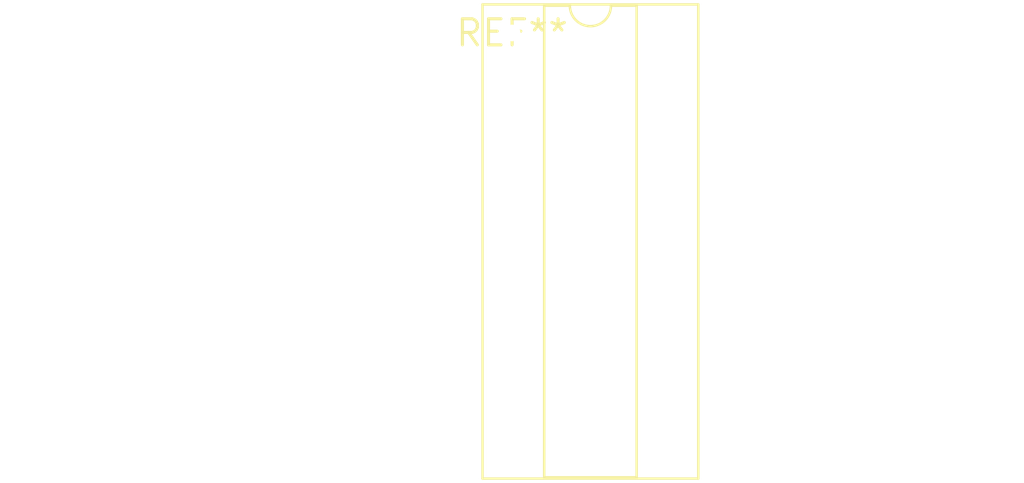
<source format=kicad_pcb>
(kicad_pcb (version 20240108) (generator pcbnew)
  (layers (0 "F.Cu" signal) (31 "B.Cu" signal) (34 "B.Paste" user) (35 "F.Paste" user) (36 "B.SilkS" user "B.Silkscreen") (37 "F.SilkS" user "F.Silkscreen") (38 "B.Mask" user) (39 "F.Mask" user) (44 "Edge.Cuts" user))
  (net 0 "")
  (footprint "CERDIP-18_W7.62mm_SideBrazed_LongPads_Socket" (layer "F.Cu") (at 0 0)
    (property "Reference" "REF**")
    (property "Value" "CERDIP-18_W7.62mm_SideBrazed_LongPads_Socket")
    (fp_line (start -1.44 -1.39) (end -1.44 21.71) (layer "F.SilkS") (stroke (width 0.12)))
    (fp_line (start -1.44 21.71) (end 9.06 21.71) (layer "F.SilkS") (stroke (width 0.12)))
    (fp_line (start 1.56 -1.33) (end 1.56 21.65) (layer "F.SilkS") (stroke (width 0.12)))
    (fp_line (start 1.56 21.65) (end 6.06 21.65) (layer "F.SilkS") (stroke (width 0.12)))
    (fp_line (start 2.81 -1.33) (end 1.56 -1.33) (layer "F.SilkS") (stroke (width 0.12)))
    (fp_line (start 6.06 -1.33) (end 4.81 -1.33) (layer "F.SilkS") (stroke (width 0.12)))
    (fp_line (start 6.06 21.65) (end 6.06 -1.33) (layer "F.SilkS") (stroke (width 0.12)))
    (fp_line (start 9.06 -1.39) (end -1.44 -1.39) (layer "F.SilkS") (stroke (width 0.12)))
    (fp_line (start 9.06 21.71) (end 9.06 -1.39) (layer "F.SilkS") (stroke (width 0.12)))
    (fp_arc (start 4.81 -1.33) (mid 3.81 -0.33) (end 2.81 -1.33) (layer "F.SilkS") (stroke (width 0.12)))
    (pad "1" thru_hole rect (at 0 0) (size 2.4 1.6) (drill 0.8) (layers *.Cu *.Mask) (remove_unused_layers))
    (pad "2" thru_hole oval (at 0 2.54) (size 2.4 1.6) (drill 0.8) (layers *.Cu *.Mask) (remove_unused_layers))
    (pad "3" thru_hole oval (at 0 5.08) (size 2.4 1.6) (drill 0.8) (layers *.Cu *.Mask) (remove_unused_layers))
    (pad "4" thru_hole oval (at 0 7.62) (size 2.4 1.6) (drill 0.8) (layers *.Cu *.Mask) (remove_unused_layers))
    (pad "5" thru_hole oval (at 0 10.16) (size 2.4 1.6) (drill 0.8) (layers *.Cu *.Mask) (remove_unused_layers))
    (pad "6" thru_hole oval (at 0 12.7) (size 2.4 1.6) (drill 0.8) (layers *.Cu *.Mask) (remove_unused_layers))
    (pad "7" thru_hole oval (at 0 15.24) (size 2.4 1.6) (drill 0.8) (layers *.Cu *.Mask) (remove_unused_layers))
    (pad "8" thru_hole oval (at 0 17.78) (size 2.4 1.6) (drill 0.8) (layers *.Cu *.Mask) (remove_unused_layers))
    (pad "9" thru_hole oval (at 0 20.32) (size 2.4 1.6) (drill 0.8) (layers *.Cu *.Mask) (remove_unused_layers))
    (pad "10" thru_hole oval (at 7.62 20.32) (size 2.4 1.6) (drill 0.8) (layers *.Cu *.Mask) (remove_unused_layers))
    (pad "11" thru_hole oval (at 7.62 17.78) (size 2.4 1.6) (drill 0.8) (layers *.Cu *.Mask) (remove_unused_layers))
    (pad "12" thru_hole oval (at 7.62 15.24) (size 2.4 1.6) (drill 0.8) (layers *.Cu *.Mask) (remove_unused_layers))
    (pad "13" thru_hole oval (at 7.62 12.7) (size 2.4 1.6) (drill 0.8) (layers *.Cu *.Mask) (remove_unused_layers))
    (pad "14" thru_hole oval (at 7.62 10.16) (size 2.4 1.6) (drill 0.8) (layers *.Cu *.Mask) (remove_unused_layers))
    (pad "15" thru_hole oval (at 7.62 7.62) (size 2.4 1.6) (drill 0.8) (layers *.Cu *.Mask) (remove_unused_layers))
    (pad "16" thru_hole oval (at 7.62 5.08) (size 2.4 1.6) (drill 0.8) (layers *.Cu *.Mask) (remove_unused_layers))
    (pad "17" thru_hole oval (at 7.62 2.54) (size 2.4 1.6) (drill 0.8) (layers *.Cu *.Mask) (remove_unused_layers))
    (pad "18" thru_hole oval (at 7.62 0) (size 2.4 1.6) (drill 0.8) (layers *.Cu *.Mask) (remove_unused_layers))
  )
)
</source>
